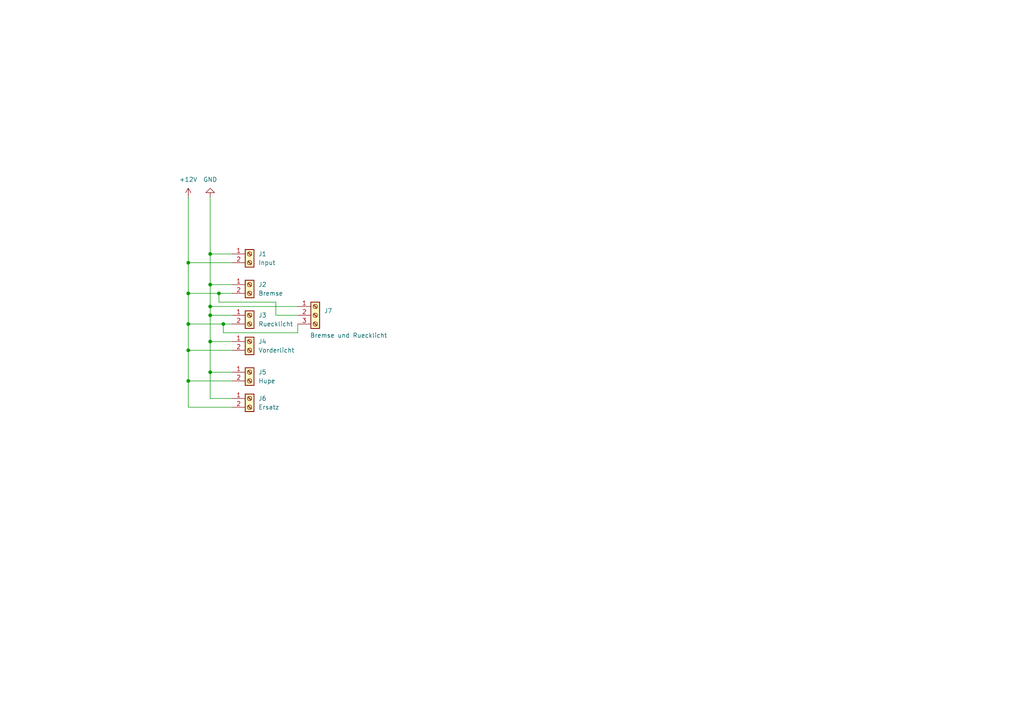
<source format=kicad_sch>
(kicad_sch (version 20231120) (generator "eeschema") (generator_version "8.0")
  (paper "A4")
  (lib_symbols
    (symbol "Connector:Screw_Terminal_01x02" (pin_names (offset 1.016) hide)
      (property "Reference" "J" (at 0 2.54 0))
      (property "Value" "Screw_Terminal_01x02" (at 0 -5.08 0))
      (symbol "Screw_Terminal_01x02_1_1"
        (rectangle (start -1.27 1.27) (end 1.27 -3.81) (stroke (width 0.254)) (fill (type background)))
        (circle (center 0 -2.54) (radius 0.635) (stroke (width 0.1524)))
        (polyline (pts (xy -0.5334 -2.2098) (xy 0.3302 -3.048)) (stroke (width 0.1524)))
        (polyline (pts (xy -0.5334 0.3302) (xy 0.3302 -0.508)) (stroke (width 0.1524)))
        (polyline (pts (xy -0.3556 -2.032) (xy 0.508 -2.8702)) (stroke (width 0.1524)))
        (polyline (pts (xy -0.3556 0.508) (xy 0.508 -0.3302)) (stroke (width 0.1524)))
        (circle (center 0 0) (radius 0.635) (stroke (width 0.1524)))
        (pin passive line (at -5.08 0 0) (length 3.81) (name "Pin_1") (number "1"))
        (pin passive line (at -5.08 -2.54 0) (length 3.81) (name "Pin_2") (number "2"))
      )
    )
    (symbol "Connector:Screw_Terminal_01x03" (pin_names (offset 1.016) hide)
      (property "Reference" "J" (at 0 5.08 0))
      (property "Value" "Screw_Terminal_01x03" (at 0 -5.08 0))
      (symbol "Screw_Terminal_01x03_1_1"
        (rectangle (start -1.27 3.81) (end 1.27 -3.81) (stroke (width 0.254)) (fill (type background)))
        (circle (center 0 -2.54) (radius 0.635) (stroke (width 0.1524)))
        (polyline (pts (xy -0.5334 -2.2098) (xy 0.3302 -3.048)) (stroke (width 0.1524)))
        (polyline (pts (xy -0.5334 0.3302) (xy 0.3302 -0.508)) (stroke (width 0.1524)))
        (polyline (pts (xy -0.5334 2.8702) (xy 0.3302 2.032)) (stroke (width 0.1524)))
        (polyline (pts (xy -0.3556 -2.032) (xy 0.508 -2.8702)) (stroke (width 0.1524)))
        (polyline (pts (xy -0.3556 0.508) (xy 0.508 -0.3302)) (stroke (width 0.1524)))
        (polyline (pts (xy -0.3556 3.048) (xy 0.508 2.2098)) (stroke (width 0.1524)))
        (circle (center 0 0) (radius 0.635) (stroke (width 0.1524)))
        (circle (center 0 2.54) (radius 0.635) (stroke (width 0.1524)))
        (pin passive line (at -5.08 2.54 0) (length 3.81) (name "Pin_1") (number "1"))
        (pin passive line (at -5.08 0 0) (length 3.81) (name "Pin_2") (number "2"))
        (pin passive line (at -5.08 -2.54 0) (length 3.81) (name "Pin_3") (number "3"))
      )
    )
    (symbol "power:+12V" (power) (pin_numbers hide) (pin_names (offset 0) hide)
      (property "Value" "+12V" (at 0 3.556 0))
      (symbol "+12V_0_1"
        (polyline (pts (xy -0.762 1.27) (xy 0 2.54)))
        (polyline (pts (xy 0 0) (xy 0 2.54)))
        (polyline (pts (xy 0 2.54) (xy 0.762 1.27)))
      )
      (symbol "+12V_1_1"
        (pin power_in line (at 0 0 90) (length 0) (name "~") (number "1"))
      )
    )
    (symbol "power:GND" (power) (pin_numbers hide) (pin_names (offset 0) hide)
      (property "Value" "GND" (at 0 -3.81 0))
      (symbol "GND_0_1"
        (polyline (pts (xy 0 0) (xy 0 -1.27) (xy 1.27 -1.27) (xy 0 -2.54) (xy -1.27 -1.27) (xy 0 -1.27)))
      )
      (symbol "GND_1_1"
        (pin power_in line (at 0 0 270) (length 0) (name "~") (number "1"))
      )
    )
  )
  (junction (at 60.96 82.55))
  (junction (at 54.61 110.49))
  (junction (at 54.61 85.09))
  (junction (at 63.5 85.09))
  (junction (at 54.61 93.98))
  (junction (at 60.96 107.95))
  (junction (at 60.96 91.44))
  (junction (at 60.96 73.66))
  (junction (at 54.61 101.6))
  (junction (at 54.61 76.2))
  (junction (at 60.96 88.9))
  (junction (at 60.96 99.06))
  (junction (at 64.77 93.98))
  (wire (pts (xy 63.5 87.63) (xy 63.5 85.09)))
  (wire (pts (xy 54.61 110.49) (xy 67.31 110.49)))
  (wire (pts (xy 86.36 96.52) (xy 64.77 96.52)))
  (wire (pts (xy 67.31 99.06) (xy 60.96 99.06)))
  (wire (pts (xy 60.96 73.66) (xy 67.31 73.66)))
  (wire (pts (xy 54.61 101.6) (xy 67.31 101.6)))
  (wire (pts (xy 63.5 85.09) (xy 54.61 85.09)))
  (wire (pts (xy 54.61 118.11) (xy 54.61 110.49)))
  (wire (pts (xy 80.01 91.44) (xy 80.01 87.63)))
  (wire (pts (xy 54.61 76.2) (xy 67.31 76.2)))
  (wire (pts (xy 67.31 91.44) (xy 60.96 91.44)))
  (wire (pts (xy 67.31 85.09) (xy 63.5 85.09)))
  (wire (pts (xy 54.61 57.15) (xy 54.61 76.2)))
  (wire (pts (xy 86.36 93.98) (xy 86.36 96.52)))
  (wire (pts (xy 80.01 87.63) (xy 63.5 87.63)))
  (wire (pts (xy 64.77 93.98) (xy 67.31 93.98)))
  (wire (pts (xy 60.96 115.57) (xy 60.96 107.95)))
  (wire (pts (xy 67.31 115.57) (xy 60.96 115.57)))
  (wire (pts (xy 54.61 93.98) (xy 64.77 93.98)))
  (wire (pts (xy 54.61 93.98) (xy 54.61 101.6)))
  (wire (pts (xy 86.36 91.44) (xy 80.01 91.44)))
  (wire (pts (xy 67.31 107.95) (xy 60.96 107.95)))
  (wire (pts (xy 54.61 76.2) (xy 54.61 85.09)))
  (wire (pts (xy 60.96 82.55) (xy 60.96 88.9)))
  (wire (pts (xy 54.61 85.09) (xy 54.61 93.98)))
  (wire (pts (xy 60.96 91.44) (xy 60.96 99.06)))
  (wire (pts (xy 60.96 107.95) (xy 60.96 99.06)))
  (wire (pts (xy 67.31 118.11) (xy 54.61 118.11)))
  (wire (pts (xy 60.96 88.9) (xy 60.96 91.44)))
  (wire (pts (xy 60.96 88.9) (xy 86.36 88.9)))
  (wire (pts (xy 60.96 82.55) (xy 67.31 82.55)))
  (wire (pts (xy 64.77 96.52) (xy 64.77 93.98)))
  (wire (pts (xy 60.96 73.66) (xy 60.96 82.55)))
  (wire (pts (xy 54.61 110.49) (xy 54.61 101.6)))
  (wire (pts (xy 60.96 57.15) (xy 60.96 73.66)))
  (symbol (lib_id "Connector:Screw_Terminal_01x02") (at 72.39 107.95 0) (unit 1)
    (property "Reference" "J5" (at 74.93 107.9499 0) (effects (justify left)))
    (property "Value" "Hupe" (at 74.93 110.4899 0) (effects (justify left)))
    (property "Footprint" "TerminalBlock:TerminalBlock_bornier-2_P5.08mm" (effects (hide yes)))
    (property "Description" "Generic screw terminal, single row, 01x02, script generated (kicad-library-utils/schlib/autogen/connector/)" (effects (hide yes)))
  )
  (symbol (lib_id "power:GND") (at 60.96 57.15 180) (unit 1)
    (property "Reference" "#PWR02" (effects (hide yes)))
    (property "Value" "GND" (at 60.96 52.07 0))
    (property "Description" "Power symbol creates a global label with name \"GND\" , ground" (effects (hide yes)))
  )
  (symbol (lib_id "power:+12V") (at 54.61 57.15 0) (unit 1)
    (property "Reference" "#PWR01" (effects (hide yes)))
    (property "Value" "+12V" (at 54.61 52.07 0))
    (property "Description" "Power symbol creates a global label with name \"+12V\"" (effects (hide yes)))
  )
  (symbol (lib_id "Connector:Screw_Terminal_01x02") (at 72.39 82.55 0) (unit 1)
    (property "Reference" "J2" (at 74.93 82.5499 0) (effects (justify left)))
    (property "Value" "Bremse" (at 74.93 85.0899 0) (effects (justify left)))
    (property "Footprint" "TerminalBlock:TerminalBlock_bornier-2_P5.08mm" (effects (hide yes)))
    (property "Description" "Generic screw terminal, single row, 01x02, script generated (kicad-library-utils/schlib/autogen/connector/)" (effects (hide yes)))
  )
  (symbol (lib_id "Connector:Screw_Terminal_01x03") (at 91.44 91.44 0) (unit 1)
    (property "Reference" "J7" (at 93.98 90.1699 0) (effects (justify left)))
    (property "Value" "Bremse und Ruecklicht" (at 89.916 97.282 0) (effects (justify left)))
    (property "Footprint" "TerminalBlock:TerminalBlock_bornier-3_P5.08mm" (effects (hide yes)))
    (property "Description" "Generic screw terminal, single row, 01x03, script generated (kicad-library-utils/schlib/autogen/connector/)" (effects (hide yes)))
  )
  (symbol (lib_id "Connector:Screw_Terminal_01x02") (at 72.39 73.66 0) (unit 1)
    (property "Reference" "J1" (at 74.93 73.6599 0) (effects (justify left)))
    (property "Value" "Input" (at 74.93 76.1999 0) (effects (justify left)))
    (property "Footprint" "TerminalBlock:TerminalBlock_bornier-2_P5.08mm" (effects (hide yes)))
    (property "Description" "Generic screw terminal, single row, 01x02, script generated (kicad-library-utils/schlib/autogen/connector/)" (effects (hide yes)))
  )
  (symbol (lib_id "Connector:Screw_Terminal_01x02") (at 72.39 91.44 0) (unit 1)
    (property "Reference" "J3" (at 74.93 91.4399 0) (effects (justify left)))
    (property "Value" "Ruecklicht" (at 74.93 93.9799 0) (effects (justify left)))
    (property "Footprint" "TerminalBlock:TerminalBlock_bornier-2_P5.08mm" (effects (hide yes)))
    (property "Description" "Generic screw terminal, single row, 01x02, script generated (kicad-library-utils/schlib/autogen/connector/)" (effects (hide yes)))
  )
  (symbol (lib_id "Connector:Screw_Terminal_01x02") (at 72.39 99.06 0) (unit 1)
    (property "Reference" "J4" (at 74.93 99.0599 0) (effects (justify left)))
    (property "Value" "Vorderlicht" (at 74.93 101.5999 0) (effects (justify left)))
    (property "Footprint" "TerminalBlock:TerminalBlock_bornier-2_P5.08mm" (effects (hide yes)))
    (property "Description" "Generic screw terminal, single row, 01x02, script generated (kicad-library-utils/schlib/autogen/connector/)" (effects (hide yes)))
  )
  (symbol (lib_id "Connector:Screw_Terminal_01x02") (at 72.39 115.57 0) (unit 1)
    (property "Reference" "J6" (at 74.93 115.5699 0) (effects (justify left)))
    (property "Value" "Ersatz" (at 74.93 118.1099 0) (effects (justify left)))
    (property "Footprint" "TerminalBlock:TerminalBlock_bornier-2_P5.08mm" (effects (hide yes)))
    (property "Description" "Generic screw terminal, single row, 01x02, script generated (kicad-library-utils/schlib/autogen/connector/)" (effects (hide yes)))
  )
)
</source>
